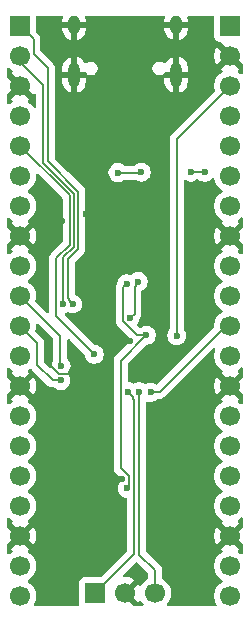
<source format=gbr>
%TF.GenerationSoftware,KiCad,Pcbnew,9.0.1*%
%TF.CreationDate,2026-01-11T04:45:36+00:00*%
%TF.ProjectId,heidi-pico,68656964-692d-4706-9963-6f2e6b696361,rev?*%
%TF.SameCoordinates,Original*%
%TF.FileFunction,Copper,L2,Bot*%
%TF.FilePolarity,Positive*%
%FSLAX46Y46*%
G04 Gerber Fmt 4.6, Leading zero omitted, Abs format (unit mm)*
G04 Created by KiCad (PCBNEW 9.0.1) date 2026-01-11 04:45:36*
%MOMM*%
%LPD*%
G01*
G04 APERTURE LIST*
%TA.AperFunction,ComponentPad*%
%ADD10R,1.700000X1.700000*%
%TD*%
%TA.AperFunction,ComponentPad*%
%ADD11C,1.700000*%
%TD*%
%TA.AperFunction,HeatsinkPad*%
%ADD12O,1.000000X2.100000*%
%TD*%
%TA.AperFunction,HeatsinkPad*%
%ADD13O,1.000000X1.600000*%
%TD*%
%TA.AperFunction,ViaPad*%
%ADD14C,0.600000*%
%TD*%
%TA.AperFunction,Conductor*%
%ADD15C,0.175000*%
%TD*%
G04 APERTURE END LIST*
D10*
%TO.P,J3,1,Pin_1*%
%TO.N,GPIO0*%
X83460000Y-75970000D03*
D11*
%TO.P,J3,2,Pin_2*%
%TO.N,GPIO1*%
X83460000Y-78510000D03*
%TO.P,J3,3,Pin_3*%
%TO.N,GND*%
X83460000Y-81050000D03*
%TO.P,J3,4,Pin_4*%
%TO.N,GPIO2*%
X83460000Y-83590000D03*
%TO.P,J3,5,Pin_5*%
%TO.N,GPIO3*%
X83460000Y-86130000D03*
%TO.P,J3,6,Pin_6*%
%TO.N,GPIO4*%
X83460000Y-88670000D03*
%TO.P,J3,7,Pin_7*%
%TO.N,GPIO5*%
X83460000Y-91210000D03*
%TO.P,J3,8,Pin_8*%
%TO.N,GND*%
X83460000Y-93750000D03*
%TO.P,J3,9,Pin_9*%
%TO.N,GPIO6*%
X83460000Y-96290000D03*
%TO.P,J3,10,Pin_10*%
%TO.N,GPIO7*%
X83460000Y-98830000D03*
%TO.P,J3,11,Pin_11*%
%TO.N,GPIO8*%
X83460000Y-101370000D03*
%TO.P,J3,12,Pin_12*%
%TO.N,GPIO9*%
X83460000Y-103910000D03*
%TO.P,J3,13,Pin_13*%
%TO.N,GND*%
X83460000Y-106450000D03*
%TO.P,J3,14,Pin_14*%
%TO.N,GPIO10*%
X83460000Y-108990000D03*
%TO.P,J3,15,Pin_15*%
%TO.N,GPIO11*%
X83460000Y-111530000D03*
%TO.P,J3,16,Pin_16*%
%TO.N,GPIO12*%
X83460000Y-114070000D03*
%TO.P,J3,17,Pin_17*%
%TO.N,GPIO13*%
X83460000Y-116610000D03*
%TO.P,J3,18,Pin_18*%
%TO.N,GND*%
X83460000Y-119150000D03*
%TO.P,J3,19,Pin_19*%
%TO.N,GPIO14*%
X83460000Y-121690000D03*
%TO.P,J3,20,Pin_20*%
%TO.N,GPIO15*%
X83460000Y-124230000D03*
%TD*%
D10*
%TO.P,J2,1,Pin_1*%
%TO.N,SWCLK*%
X89810000Y-123990000D03*
D11*
%TO.P,J2,2,Pin_2*%
%TO.N,GND*%
X92350000Y-123990000D03*
%TO.P,J2,3,Pin_3*%
%TO.N,SWD*%
X94890000Y-123990000D03*
%TD*%
D12*
%TO.P,J1,S1,SHIELD*%
%TO.N,GND*%
X96670000Y-80092000D03*
D13*
X96670000Y-75912000D03*
D12*
X88030000Y-80092000D03*
D13*
X88030000Y-75912000D03*
%TD*%
D10*
%TO.P,J4,1,Pin_1*%
%TO.N,VBUS*%
X101240000Y-75970000D03*
D11*
%TO.P,J4,2,Pin_2*%
%TO.N,GND*%
X101240000Y-78510000D03*
%TO.P,J4,3,Pin_3*%
%TO.N,GPIO29_ADC3*%
X101240000Y-81050000D03*
%TO.P,J4,4,Pin_4*%
%TO.N,GPIO28_ADC2*%
X101240000Y-83590000D03*
%TO.P,J4,5,Pin_5*%
%TO.N,+3V3*%
X101240000Y-86130000D03*
%TO.P,J4,6,Pin_6*%
%TO.N,GPIO27_ADC1*%
X101240000Y-88670000D03*
%TO.P,J4,7,Pin_7*%
%TO.N,GPIO26_ADC0*%
X101240000Y-91210000D03*
%TO.P,J4,8,Pin_8*%
%TO.N,GND*%
X101240000Y-93750000D03*
%TO.P,J4,9,Pin_9*%
%TO.N,GPIO24*%
X101240000Y-96290000D03*
%TO.P,J4,10,Pin_10*%
%TO.N,GPIO23*%
X101240000Y-98830000D03*
%TO.P,J4,11,Pin_11*%
%TO.N,RUN*%
X101240000Y-101370000D03*
%TO.P,J4,12,Pin_12*%
%TO.N,GPIO22*%
X101240000Y-103910000D03*
%TO.P,J4,13,Pin_13*%
%TO.N,GND*%
X101240000Y-106450000D03*
%TO.P,J4,14,Pin_14*%
%TO.N,GPIO21*%
X101240000Y-108990000D03*
%TO.P,J4,15,Pin_15*%
%TO.N,GPIO20*%
X101240000Y-111530000D03*
%TO.P,J4,16,Pin_16*%
%TO.N,GPIO19*%
X101240000Y-114070000D03*
%TO.P,J4,17,Pin_17*%
%TO.N,GPIO18*%
X101240000Y-116610000D03*
%TO.P,J4,18,Pin_18*%
%TO.N,GND*%
X101240000Y-119150000D03*
%TO.P,J4,19,Pin_19*%
%TO.N,GPIO17*%
X101240000Y-121690000D03*
%TO.P,J4,20,Pin_20*%
%TO.N,GPIO16*%
X101240000Y-124230000D03*
%TD*%
D14*
%TO.N,GND*%
X89030000Y-91940000D03*
X90925388Y-106904000D03*
X90780000Y-110190000D03*
X90990000Y-102670000D03*
X91490000Y-93810000D03*
X95060000Y-112570000D03*
X93940000Y-94330000D03*
X92100000Y-114350000D03*
X89162500Y-98331650D03*
X94410000Y-103700000D03*
X91760000Y-95127500D03*
X88891225Y-113698775D03*
X90270000Y-106140000D03*
X95480000Y-89580000D03*
X89390000Y-111420000D03*
X94430000Y-104920000D03*
X85770000Y-104100000D03*
X95480000Y-89580000D03*
X87030000Y-92500000D03*
X92750000Y-102640000D03*
X98430000Y-115490000D03*
X91570000Y-84830000D03*
%TO.N,+1V1*%
X92552500Y-115131500D03*
X92480000Y-97800000D03*
X94143692Y-102158144D03*
%TO.N,+3V3*%
X92752500Y-100739996D03*
X93710000Y-88350000D03*
X99083500Y-88360000D03*
X91740000Y-88390000D03*
X93475735Y-97615735D03*
X97908500Y-88350000D03*
%TO.N,SWCLK*%
X92580000Y-106930000D03*
%TO.N,SWD*%
X93532901Y-106937099D03*
%TO.N,GPIO7*%
X86929574Y-104730426D03*
%TO.N,GPIO3*%
X89740000Y-103780000D03*
%TO.N,GPIO0*%
X87913446Y-99520390D03*
%TO.N,GPIO1*%
X87113882Y-99493887D03*
%TO.N,GPIO8*%
X86921650Y-105992501D03*
%TO.N,RUN*%
X94510000Y-107000000D03*
%TO.N,GPIO29_ADC3*%
X96715000Y-102190305D03*
%TD*%
D15*
%TO.N,GND*%
X85770000Y-104100000D02*
X85770000Y-104403117D01*
X87634001Y-105404001D02*
X87730000Y-105500000D01*
X86770884Y-105404001D02*
X87634001Y-105404001D01*
X85770000Y-104403117D02*
X86770884Y-105404001D01*
%TO.N,+1V1*%
X92164000Y-100983761D02*
X93338383Y-102158144D01*
X92640000Y-115180000D02*
X92591500Y-115131500D01*
X93338383Y-102158144D02*
X94143692Y-102158144D01*
X92591500Y-115131500D02*
X92552500Y-115131500D01*
X94143692Y-102158144D02*
X91991500Y-104310336D01*
X92688500Y-114106235D02*
X92688500Y-115131500D01*
X92688500Y-115131500D02*
X92640000Y-115180000D01*
X92480000Y-97800000D02*
X92164000Y-98116000D01*
X91991500Y-113409235D02*
X92688500Y-114106235D01*
X92164000Y-98116000D02*
X92164000Y-100983761D01*
X91991500Y-104310336D02*
X91991500Y-113409235D01*
%TO.N,+3V3*%
X93150000Y-100342496D02*
X92752500Y-100739996D01*
X93475735Y-97714265D02*
X93150000Y-98040000D01*
X99083500Y-88360000D02*
X98110000Y-88360000D01*
X93150000Y-98040000D02*
X93150000Y-100342496D01*
X93710000Y-88350000D02*
X93670000Y-88390000D01*
X98100000Y-88350000D02*
X97908500Y-88350000D01*
X98110000Y-88360000D02*
X98100000Y-88350000D01*
X93670000Y-88390000D02*
X91740000Y-88390000D01*
X93475735Y-97615735D02*
X93475735Y-97714265D01*
%TO.N,SWCLK*%
X93140000Y-120660000D02*
X89810000Y-123990000D01*
X93047747Y-107591251D02*
X93140000Y-107683504D01*
X93140000Y-107683504D02*
X93140000Y-120660000D01*
X93047747Y-107397747D02*
X93047747Y-107591251D01*
X92580000Y-106930000D02*
X93047747Y-107397747D01*
%TO.N,SWD*%
X93532901Y-107621140D02*
X93540000Y-107628239D01*
X93540000Y-107628239D02*
X93540000Y-120730000D01*
X93532901Y-106937099D02*
X93532901Y-107621140D01*
X94890000Y-122080000D02*
X94890000Y-123990000D01*
X93540000Y-120730000D02*
X94890000Y-122080000D01*
%TO.N,GPIO7*%
X86929574Y-104730426D02*
X86852485Y-104653337D01*
X86852485Y-102222485D02*
X83460000Y-98830000D01*
X86852485Y-104653337D02*
X86852485Y-102222485D01*
%TO.N,GPIO3*%
X86525382Y-100565382D02*
X86525382Y-95634618D01*
X86525382Y-95634618D02*
X87650000Y-94510000D01*
X87650000Y-94510000D02*
X87650000Y-90320000D01*
X89740000Y-103780000D02*
X86525382Y-100565382D01*
X87650000Y-90320000D02*
X83460000Y-86130000D01*
%TO.N,GPIO0*%
X88402000Y-90008512D02*
X85800000Y-87406512D01*
X84598500Y-77108500D02*
X83460000Y-75970000D01*
X87702382Y-99250122D02*
X87489882Y-99037622D01*
X84598500Y-78325607D02*
X84598500Y-77108500D01*
X88402000Y-94821488D02*
X88402000Y-90008512D01*
X87702382Y-99309326D02*
X87702382Y-99250122D01*
X87489882Y-99037622D02*
X87489882Y-95733606D01*
X85800000Y-79527107D02*
X84598500Y-78325607D01*
X87913446Y-99520390D02*
X87702382Y-99309326D01*
X85800000Y-87406512D02*
X85800000Y-79527107D01*
X87489882Y-95733606D02*
X88402000Y-94821488D01*
%TO.N,GPIO1*%
X88026000Y-94665744D02*
X88026000Y-90164256D01*
X87113882Y-99493887D02*
X87113882Y-95577862D01*
X85410000Y-87548256D02*
X85410000Y-80980000D01*
X87113882Y-95577862D02*
X88026000Y-94665744D01*
X83460000Y-79030000D02*
X83460000Y-78510000D01*
X85410000Y-80980000D02*
X83460000Y-79030000D01*
X88026000Y-90164256D02*
X85410000Y-87548256D01*
%TO.N,GPIO8*%
X86209418Y-105992501D02*
X84920000Y-104703083D01*
X86921650Y-105992501D02*
X86209418Y-105992501D01*
X84920000Y-102830000D02*
X83460000Y-101370000D01*
X84920000Y-104703083D02*
X84920000Y-102830000D01*
%TO.N,RUN*%
X100860000Y-101370000D02*
X101240000Y-101370000D01*
X95270000Y-106960000D02*
X100860000Y-101370000D01*
X94550000Y-106960000D02*
X95270000Y-106960000D01*
X94510000Y-107000000D02*
X94550000Y-106960000D01*
%TO.N,GPIO29_ADC3*%
X96715000Y-85575000D02*
X101240000Y-81050000D01*
X96715000Y-102190305D02*
X96715000Y-85575000D01*
%TD*%
%TA.AperFunction,Conductor*%
%TO.N,GND*%
G36*
X87040938Y-75120185D02*
G01*
X87086693Y-75172989D01*
X87096637Y-75242147D01*
X87088460Y-75271953D01*
X87068429Y-75320310D01*
X87068427Y-75320318D01*
X87030000Y-75513504D01*
X87030000Y-75662000D01*
X87730000Y-75662000D01*
X87730000Y-76162000D01*
X87030000Y-76162000D01*
X87030000Y-76310495D01*
X87068427Y-76503681D01*
X87068430Y-76503693D01*
X87143807Y-76685671D01*
X87143814Y-76685684D01*
X87253248Y-76849462D01*
X87253251Y-76849466D01*
X87392533Y-76988748D01*
X87392537Y-76988751D01*
X87556315Y-77098185D01*
X87556328Y-77098192D01*
X87738308Y-77173569D01*
X87780000Y-77181862D01*
X87780000Y-76378988D01*
X87789940Y-76396205D01*
X87845795Y-76452060D01*
X87914204Y-76491556D01*
X87990504Y-76512000D01*
X88069496Y-76512000D01*
X88145796Y-76491556D01*
X88214205Y-76452060D01*
X88270060Y-76396205D01*
X88280000Y-76378988D01*
X88280000Y-77181862D01*
X88321690Y-77173569D01*
X88321692Y-77173569D01*
X88503671Y-77098192D01*
X88503684Y-77098185D01*
X88667462Y-76988751D01*
X88667466Y-76988748D01*
X88806748Y-76849466D01*
X88806751Y-76849462D01*
X88916185Y-76685684D01*
X88916192Y-76685671D01*
X88991569Y-76503693D01*
X88991572Y-76503681D01*
X89029999Y-76310495D01*
X89030000Y-76310492D01*
X89030000Y-76162000D01*
X88330000Y-76162000D01*
X88330000Y-75662000D01*
X89030000Y-75662000D01*
X89030000Y-75513508D01*
X89029999Y-75513504D01*
X88991572Y-75320318D01*
X88991570Y-75320310D01*
X88971540Y-75271953D01*
X88964071Y-75202484D01*
X88995346Y-75140005D01*
X89055434Y-75104352D01*
X89086101Y-75100500D01*
X95613899Y-75100500D01*
X95680938Y-75120185D01*
X95726693Y-75172989D01*
X95736637Y-75242147D01*
X95728460Y-75271953D01*
X95708429Y-75320310D01*
X95708427Y-75320318D01*
X95670000Y-75513504D01*
X95670000Y-75662000D01*
X96370000Y-75662000D01*
X96370000Y-76162000D01*
X95670000Y-76162000D01*
X95670000Y-76310495D01*
X95708427Y-76503681D01*
X95708430Y-76503693D01*
X95783807Y-76685671D01*
X95783814Y-76685684D01*
X95893248Y-76849462D01*
X95893251Y-76849466D01*
X96032533Y-76988748D01*
X96032537Y-76988751D01*
X96196315Y-77098185D01*
X96196328Y-77098192D01*
X96378308Y-77173569D01*
X96420000Y-77181862D01*
X96420000Y-76378988D01*
X96429940Y-76396205D01*
X96485795Y-76452060D01*
X96554204Y-76491556D01*
X96630504Y-76512000D01*
X96709496Y-76512000D01*
X96785796Y-76491556D01*
X96854205Y-76452060D01*
X96910060Y-76396205D01*
X96920000Y-76378988D01*
X96920000Y-77181862D01*
X96961690Y-77173569D01*
X96961692Y-77173569D01*
X97143671Y-77098192D01*
X97143684Y-77098185D01*
X97307462Y-76988751D01*
X97307466Y-76988748D01*
X97446748Y-76849466D01*
X97446751Y-76849462D01*
X97556185Y-76685684D01*
X97556192Y-76685671D01*
X97631569Y-76503693D01*
X97631572Y-76503681D01*
X97669999Y-76310495D01*
X97670000Y-76310492D01*
X97670000Y-76162000D01*
X96970000Y-76162000D01*
X96970000Y-75662000D01*
X97670000Y-75662000D01*
X97670000Y-75513508D01*
X97669999Y-75513504D01*
X97631572Y-75320318D01*
X97631570Y-75320310D01*
X97611540Y-75271953D01*
X97604071Y-75202484D01*
X97635346Y-75140005D01*
X97695434Y-75104352D01*
X97726101Y-75100500D01*
X99765500Y-75100500D01*
X99832539Y-75120185D01*
X99878294Y-75172989D01*
X99889500Y-75224500D01*
X99889500Y-76867870D01*
X99889501Y-76867876D01*
X99895908Y-76927483D01*
X99946202Y-77062328D01*
X99946206Y-77062335D01*
X100032452Y-77177544D01*
X100032455Y-77177547D01*
X100147664Y-77263793D01*
X100147671Y-77263797D01*
X100192618Y-77280561D01*
X100282517Y-77314091D01*
X100342127Y-77320500D01*
X100352685Y-77320499D01*
X100419723Y-77340179D01*
X100440372Y-77356818D01*
X101110591Y-78027037D01*
X101047007Y-78044075D01*
X100932993Y-78109901D01*
X100839901Y-78202993D01*
X100774075Y-78317007D01*
X100757037Y-78380591D01*
X100124728Y-77748282D01*
X100124727Y-77748282D01*
X100085380Y-77802439D01*
X99988904Y-77991782D01*
X99923242Y-78193869D01*
X99923242Y-78193872D01*
X99890000Y-78403753D01*
X99890000Y-78616246D01*
X99923242Y-78826127D01*
X99923242Y-78826130D01*
X99988904Y-79028217D01*
X100085375Y-79217550D01*
X100124728Y-79271716D01*
X100757037Y-78639408D01*
X100774075Y-78702993D01*
X100839901Y-78817007D01*
X100932993Y-78910099D01*
X101047007Y-78975925D01*
X101110590Y-78992962D01*
X100478282Y-79625269D01*
X100478282Y-79625270D01*
X100532452Y-79664626D01*
X100532451Y-79664626D01*
X100541495Y-79669234D01*
X100592292Y-79717208D01*
X100609087Y-79785029D01*
X100586550Y-79851164D01*
X100541499Y-79890202D01*
X100532182Y-79894949D01*
X100360213Y-80019890D01*
X100209890Y-80170213D01*
X100084951Y-80342179D01*
X99988444Y-80531585D01*
X99922753Y-80733760D01*
X99889500Y-80943713D01*
X99889500Y-81156286D01*
X99922754Y-81366246D01*
X99940826Y-81421867D01*
X99942821Y-81491708D01*
X99910576Y-81547865D01*
X96353961Y-85104481D01*
X96244485Y-85213956D01*
X96244483Y-85213959D01*
X96167071Y-85348038D01*
X96127000Y-85497588D01*
X96127000Y-101594864D01*
X96107315Y-101661903D01*
X96096737Y-101675028D01*
X96097076Y-101675306D01*
X96093210Y-101680016D01*
X96005609Y-101811119D01*
X96005602Y-101811132D01*
X95945264Y-101956803D01*
X95945261Y-101956815D01*
X95914500Y-102111458D01*
X95914500Y-102269151D01*
X95945261Y-102423794D01*
X95945264Y-102423806D01*
X96005602Y-102569477D01*
X96005609Y-102569490D01*
X96093210Y-102700593D01*
X96093213Y-102700597D01*
X96204707Y-102812091D01*
X96204711Y-102812094D01*
X96335814Y-102899695D01*
X96335827Y-102899702D01*
X96478125Y-102958643D01*
X96481503Y-102960042D01*
X96636153Y-102990804D01*
X96636156Y-102990805D01*
X96636158Y-102990805D01*
X96793844Y-102990805D01*
X96793845Y-102990804D01*
X96948497Y-102960042D01*
X97094179Y-102899699D01*
X97225289Y-102812094D01*
X97336789Y-102700594D01*
X97424394Y-102569484D01*
X97484737Y-102423802D01*
X97515500Y-102269147D01*
X97515500Y-102111463D01*
X97515500Y-102111460D01*
X97515499Y-102111458D01*
X97484738Y-101956815D01*
X97484737Y-101956808D01*
X97484735Y-101956803D01*
X97424397Y-101811132D01*
X97424390Y-101811119D01*
X97336789Y-101680016D01*
X97332924Y-101675306D01*
X97334610Y-101673921D01*
X97305834Y-101621222D01*
X97303000Y-101594864D01*
X97303000Y-89140159D01*
X97322685Y-89073120D01*
X97375489Y-89027365D01*
X97444647Y-89017421D01*
X97495890Y-89037056D01*
X97529321Y-89059394D01*
X97529323Y-89059395D01*
X97529327Y-89059397D01*
X97674998Y-89119735D01*
X97675003Y-89119737D01*
X97777671Y-89140159D01*
X97829653Y-89150499D01*
X97829656Y-89150500D01*
X97829658Y-89150500D01*
X97987344Y-89150500D01*
X97987345Y-89150499D01*
X98141997Y-89119737D01*
X98254666Y-89073067D01*
X98287672Y-89059397D01*
X98287672Y-89059396D01*
X98287679Y-89059394D01*
X98418789Y-88971789D01*
X98418790Y-88971787D01*
X98420749Y-88970479D01*
X98487426Y-88949601D01*
X98554806Y-88968085D01*
X98568004Y-88978528D01*
X98568501Y-88977924D01*
X98573211Y-88981789D01*
X98704314Y-89069390D01*
X98704327Y-89069397D01*
X98825863Y-89119738D01*
X98850003Y-89129737D01*
X99000812Y-89159735D01*
X99004653Y-89160499D01*
X99004656Y-89160500D01*
X99004658Y-89160500D01*
X99162344Y-89160500D01*
X99162345Y-89160499D01*
X99316997Y-89129737D01*
X99462679Y-89069394D01*
X99593789Y-88981789D01*
X99705083Y-88870494D01*
X99766404Y-88837011D01*
X99836096Y-88841995D01*
X99892030Y-88883866D01*
X99915236Y-88938778D01*
X99922753Y-88986240D01*
X99922754Y-88986243D01*
X99979373Y-89160499D01*
X99988444Y-89188414D01*
X100084951Y-89377820D01*
X100209890Y-89549786D01*
X100360213Y-89700109D01*
X100532182Y-89825050D01*
X100540946Y-89829516D01*
X100591742Y-89877491D01*
X100608536Y-89945312D01*
X100585998Y-90011447D01*
X100540946Y-90050484D01*
X100532182Y-90054949D01*
X100360213Y-90179890D01*
X100209890Y-90330213D01*
X100084951Y-90502179D01*
X99988444Y-90691585D01*
X99922753Y-90893760D01*
X99889500Y-91103713D01*
X99889500Y-91316286D01*
X99922753Y-91526239D01*
X99988444Y-91728414D01*
X100084951Y-91917820D01*
X100209890Y-92089786D01*
X100360213Y-92240109D01*
X100532179Y-92365048D01*
X100532181Y-92365049D01*
X100532184Y-92365051D01*
X100541493Y-92369794D01*
X100592290Y-92417766D01*
X100609087Y-92485587D01*
X100586552Y-92551722D01*
X100541505Y-92590760D01*
X100532446Y-92595376D01*
X100532440Y-92595380D01*
X100478282Y-92634727D01*
X100478282Y-92634728D01*
X101110591Y-93267037D01*
X101047007Y-93284075D01*
X100932993Y-93349901D01*
X100839901Y-93442993D01*
X100774075Y-93557007D01*
X100757037Y-93620591D01*
X100124728Y-92988282D01*
X100124727Y-92988282D01*
X100085380Y-93042439D01*
X99988904Y-93231782D01*
X99923242Y-93433869D01*
X99923242Y-93433872D01*
X99890000Y-93643753D01*
X99890000Y-93856246D01*
X99923242Y-94066127D01*
X99923242Y-94066130D01*
X99988904Y-94268217D01*
X100085375Y-94457550D01*
X100124728Y-94511716D01*
X100757037Y-93879408D01*
X100774075Y-93942993D01*
X100839901Y-94057007D01*
X100932993Y-94150099D01*
X101047007Y-94215925D01*
X101110590Y-94232962D01*
X100478282Y-94865269D01*
X100478282Y-94865270D01*
X100532452Y-94904626D01*
X100532451Y-94904626D01*
X100541495Y-94909234D01*
X100592292Y-94957208D01*
X100609087Y-95025029D01*
X100586550Y-95091164D01*
X100541499Y-95130202D01*
X100532182Y-95134949D01*
X100360213Y-95259890D01*
X100209890Y-95410213D01*
X100084951Y-95582179D01*
X99988444Y-95771585D01*
X99922753Y-95973760D01*
X99889500Y-96183713D01*
X99889500Y-96396286D01*
X99922753Y-96606239D01*
X99988444Y-96808414D01*
X100084951Y-96997820D01*
X100209890Y-97169786D01*
X100360213Y-97320109D01*
X100532182Y-97445050D01*
X100540946Y-97449516D01*
X100591742Y-97497491D01*
X100608536Y-97565312D01*
X100585998Y-97631447D01*
X100540946Y-97670484D01*
X100532182Y-97674949D01*
X100360213Y-97799890D01*
X100209890Y-97950213D01*
X100084951Y-98122179D01*
X99988444Y-98311585D01*
X99922753Y-98513760D01*
X99902887Y-98639192D01*
X99889500Y-98723713D01*
X99889500Y-98936287D01*
X99922754Y-99146243D01*
X99968456Y-99286900D01*
X99988444Y-99348414D01*
X100084951Y-99537820D01*
X100209890Y-99709786D01*
X100360213Y-99860109D01*
X100532182Y-99985050D01*
X100540946Y-99989516D01*
X100591742Y-100037491D01*
X100608536Y-100105312D01*
X100585998Y-100171447D01*
X100540946Y-100210484D01*
X100532182Y-100214949D01*
X100360213Y-100339890D01*
X100209890Y-100490213D01*
X100084951Y-100662179D01*
X99988444Y-100851585D01*
X99922753Y-101053760D01*
X99889500Y-101263713D01*
X99889500Y-101457580D01*
X99869815Y-101524619D01*
X99853181Y-101545261D01*
X95092213Y-106306229D01*
X95030890Y-106339714D01*
X94961198Y-106334730D01*
X94935643Y-106321651D01*
X94889179Y-106290605D01*
X94889177Y-106290604D01*
X94743501Y-106230264D01*
X94743489Y-106230261D01*
X94588845Y-106199500D01*
X94588842Y-106199500D01*
X94431158Y-106199500D01*
X94431155Y-106199500D01*
X94276510Y-106230261D01*
X94276498Y-106230264D01*
X94130822Y-106290604D01*
X94127134Y-106292576D01*
X94058730Y-106306812D01*
X93999799Y-106286316D01*
X93912084Y-106227707D01*
X93912073Y-106227701D01*
X93766402Y-106167363D01*
X93766390Y-106167360D01*
X93611746Y-106136599D01*
X93611743Y-106136599D01*
X93454059Y-106136599D01*
X93454056Y-106136599D01*
X93299411Y-106167360D01*
X93299399Y-106167363D01*
X93153729Y-106227701D01*
X93153715Y-106227709D01*
X93130650Y-106243120D01*
X93063972Y-106263996D01*
X92996592Y-106245509D01*
X92992871Y-106243118D01*
X92959184Y-106220609D01*
X92959172Y-106220602D01*
X92813501Y-106160264D01*
X92813491Y-106160261D01*
X92679308Y-106133570D01*
X92617397Y-106101185D01*
X92582823Y-106040469D01*
X92579500Y-106011953D01*
X92579500Y-104605255D01*
X92599185Y-104538216D01*
X92615819Y-104517574D01*
X94138430Y-102994963D01*
X94199753Y-102961478D01*
X94216516Y-102959675D01*
X94216474Y-102959241D01*
X94222528Y-102958644D01*
X94222534Y-102958644D01*
X94377189Y-102927881D01*
X94522871Y-102867538D01*
X94653981Y-102779933D01*
X94765481Y-102668433D01*
X94853086Y-102537323D01*
X94913429Y-102391641D01*
X94944192Y-102236986D01*
X94944192Y-102079302D01*
X94944192Y-102079299D01*
X94944191Y-102079297D01*
X94913429Y-101924647D01*
X94913427Y-101924642D01*
X94853089Y-101778971D01*
X94853082Y-101778958D01*
X94765481Y-101647855D01*
X94765478Y-101647851D01*
X94653984Y-101536357D01*
X94653980Y-101536354D01*
X94522877Y-101448753D01*
X94522864Y-101448746D01*
X94377193Y-101388408D01*
X94377181Y-101388405D01*
X94222537Y-101357644D01*
X94222534Y-101357644D01*
X94064850Y-101357644D01*
X94064847Y-101357644D01*
X93910202Y-101388405D01*
X93910190Y-101388408D01*
X93764519Y-101448746D01*
X93764508Y-101448752D01*
X93666910Y-101513965D01*
X93636607Y-101523452D01*
X93606866Y-101534546D01*
X93603510Y-101533815D01*
X93600233Y-101534842D01*
X93569618Y-101526443D01*
X93538593Y-101519694D01*
X93534877Y-101516912D01*
X93532853Y-101516357D01*
X93510339Y-101498543D01*
X93401303Y-101389507D01*
X93367818Y-101328184D01*
X93372802Y-101258492D01*
X93385882Y-101232935D01*
X93461890Y-101119181D01*
X93461890Y-101119180D01*
X93461894Y-101119175D01*
X93522237Y-100973493D01*
X93553000Y-100818838D01*
X93553000Y-100818831D01*
X93553597Y-100812778D01*
X93555767Y-100812991D01*
X93572685Y-100755377D01*
X93589319Y-100734735D01*
X93620517Y-100703537D01*
X93697929Y-100569456D01*
X93738000Y-100419908D01*
X93738000Y-98456410D01*
X93757685Y-98389371D01*
X93810489Y-98343616D01*
X93814548Y-98341849D01*
X93835130Y-98333323D01*
X93854914Y-98325129D01*
X93986024Y-98237524D01*
X94097524Y-98126024D01*
X94185129Y-97994914D01*
X94245472Y-97849232D01*
X94276235Y-97694577D01*
X94276235Y-97536893D01*
X94276235Y-97536890D01*
X94276234Y-97536888D01*
X94266620Y-97488556D01*
X94245472Y-97382238D01*
X94219736Y-97320105D01*
X94185132Y-97236562D01*
X94185125Y-97236549D01*
X94097524Y-97105446D01*
X94097521Y-97105442D01*
X93986027Y-96993948D01*
X93986023Y-96993945D01*
X93854920Y-96906344D01*
X93854907Y-96906337D01*
X93709236Y-96845999D01*
X93709224Y-96845996D01*
X93554580Y-96815235D01*
X93554577Y-96815235D01*
X93396893Y-96815235D01*
X93396890Y-96815235D01*
X93242245Y-96845996D01*
X93242233Y-96845999D01*
X93096562Y-96906337D01*
X93096549Y-96906344D01*
X92965449Y-96993943D01*
X92965443Y-96993947D01*
X92924556Y-97034834D01*
X92863232Y-97068318D01*
X92793541Y-97063332D01*
X92789426Y-97061713D01*
X92724532Y-97034834D01*
X92713497Y-97030263D01*
X92713493Y-97030262D01*
X92713489Y-97030261D01*
X92558845Y-96999500D01*
X92558842Y-96999500D01*
X92401158Y-96999500D01*
X92401155Y-96999500D01*
X92246510Y-97030261D01*
X92246498Y-97030264D01*
X92100827Y-97090602D01*
X92100814Y-97090609D01*
X91969711Y-97178210D01*
X91969707Y-97178213D01*
X91858213Y-97289707D01*
X91858210Y-97289711D01*
X91770609Y-97420814D01*
X91770602Y-97420827D01*
X91710264Y-97566498D01*
X91710261Y-97566510D01*
X91679500Y-97721153D01*
X91679500Y-97745952D01*
X91662887Y-97807952D01*
X91616072Y-97889036D01*
X91616072Y-97889037D01*
X91616071Y-97889039D01*
X91616071Y-97889040D01*
X91576000Y-98038588D01*
X91576000Y-101061173D01*
X91591543Y-101119181D01*
X91616071Y-101210722D01*
X91623586Y-101223738D01*
X91693483Y-101344802D01*
X91693485Y-101344804D01*
X91810024Y-101461343D01*
X91810030Y-101461348D01*
X92821799Y-102473117D01*
X92855284Y-102534440D01*
X92850300Y-102604132D01*
X92821799Y-102648479D01*
X91520985Y-103949292D01*
X91520983Y-103949295D01*
X91443571Y-104083374D01*
X91403500Y-104232924D01*
X91403500Y-113486646D01*
X91443571Y-113636196D01*
X91482277Y-113703235D01*
X91520983Y-113770276D01*
X91520985Y-113770278D01*
X91637524Y-113886817D01*
X91637530Y-113886822D01*
X92064181Y-114313473D01*
X92078884Y-114340400D01*
X92095477Y-114366219D01*
X92096368Y-114372419D01*
X92097666Y-114374796D01*
X92100500Y-114401154D01*
X92100500Y-114404484D01*
X92080815Y-114471523D01*
X92045398Y-114507581D01*
X92042213Y-114509708D01*
X92042204Y-114509717D01*
X91930713Y-114621207D01*
X91930710Y-114621211D01*
X91843109Y-114752314D01*
X91843102Y-114752327D01*
X91782764Y-114897998D01*
X91782761Y-114898010D01*
X91752000Y-115052653D01*
X91752000Y-115210346D01*
X91782761Y-115364989D01*
X91782764Y-115365001D01*
X91843102Y-115510672D01*
X91843109Y-115510685D01*
X91930710Y-115641788D01*
X91930713Y-115641792D01*
X92042207Y-115753286D01*
X92042211Y-115753289D01*
X92173314Y-115840890D01*
X92173327Y-115840897D01*
X92318998Y-115901235D01*
X92319003Y-115901237D01*
X92429487Y-115923213D01*
X92452191Y-115927730D01*
X92514102Y-115960115D01*
X92548676Y-116020830D01*
X92552000Y-116049347D01*
X92552000Y-120365080D01*
X92532315Y-120432119D01*
X92515681Y-120452761D01*
X90365260Y-122603181D01*
X90303937Y-122636666D01*
X90277579Y-122639500D01*
X88912129Y-122639500D01*
X88912123Y-122639501D01*
X88852516Y-122645908D01*
X88717671Y-122696202D01*
X88717664Y-122696206D01*
X88602455Y-122782452D01*
X88602452Y-122782455D01*
X88516206Y-122897664D01*
X88516202Y-122897671D01*
X88465908Y-123032517D01*
X88459501Y-123092116D01*
X88459500Y-123092135D01*
X88459500Y-124887870D01*
X88459501Y-124887876D01*
X88466738Y-124955196D01*
X88465342Y-124955345D01*
X88462050Y-125016756D01*
X88421182Y-125073427D01*
X88356163Y-125099007D01*
X88345114Y-125099500D01*
X84735019Y-125099500D01*
X84667980Y-125079815D01*
X84622225Y-125027011D01*
X84612281Y-124957853D01*
X84624534Y-124919205D01*
X84649714Y-124869786D01*
X84711557Y-124748412D01*
X84777246Y-124546243D01*
X84810500Y-124336287D01*
X84810500Y-124123713D01*
X84777246Y-123913757D01*
X84711557Y-123711588D01*
X84615051Y-123522184D01*
X84615049Y-123522181D01*
X84615048Y-123522179D01*
X84490109Y-123350213D01*
X84339786Y-123199890D01*
X84167820Y-123074951D01*
X84167115Y-123074591D01*
X84159054Y-123070485D01*
X84108259Y-123022512D01*
X84091463Y-122954692D01*
X84113999Y-122888556D01*
X84159054Y-122849515D01*
X84167816Y-122845051D01*
X84253977Y-122782452D01*
X84339786Y-122720109D01*
X84339788Y-122720106D01*
X84339792Y-122720104D01*
X84490104Y-122569792D01*
X84490106Y-122569788D01*
X84490109Y-122569786D01*
X84615048Y-122397820D01*
X84615047Y-122397820D01*
X84615051Y-122397816D01*
X84711557Y-122208412D01*
X84777246Y-122006243D01*
X84810500Y-121796287D01*
X84810500Y-121583713D01*
X84777246Y-121373757D01*
X84711557Y-121171588D01*
X84615051Y-120982184D01*
X84615049Y-120982181D01*
X84615048Y-120982179D01*
X84490109Y-120810213D01*
X84339786Y-120659890D01*
X84167817Y-120534949D01*
X84158504Y-120530204D01*
X84107707Y-120482230D01*
X84090912Y-120414409D01*
X84113449Y-120348274D01*
X84158507Y-120309232D01*
X84167555Y-120304622D01*
X84221716Y-120265270D01*
X84221717Y-120265270D01*
X83589408Y-119632962D01*
X83652993Y-119615925D01*
X83767007Y-119550099D01*
X83860099Y-119457007D01*
X83925925Y-119342993D01*
X83942962Y-119279408D01*
X84575270Y-119911717D01*
X84575270Y-119911716D01*
X84614622Y-119857554D01*
X84711095Y-119668217D01*
X84776757Y-119466130D01*
X84776757Y-119466127D01*
X84810000Y-119256246D01*
X84810000Y-119043753D01*
X84776757Y-118833872D01*
X84776757Y-118833869D01*
X84711095Y-118631782D01*
X84614624Y-118442449D01*
X84575270Y-118388282D01*
X84575269Y-118388282D01*
X83942962Y-119020590D01*
X83925925Y-118957007D01*
X83860099Y-118842993D01*
X83767007Y-118749901D01*
X83652993Y-118684075D01*
X83589409Y-118667037D01*
X84221716Y-118034728D01*
X84167547Y-117995373D01*
X84167547Y-117995372D01*
X84158500Y-117990763D01*
X84107706Y-117942788D01*
X84090912Y-117874966D01*
X84113451Y-117808832D01*
X84158508Y-117769793D01*
X84167816Y-117765051D01*
X84256096Y-117700912D01*
X84339786Y-117640109D01*
X84339788Y-117640106D01*
X84339792Y-117640104D01*
X84490104Y-117489792D01*
X84490106Y-117489788D01*
X84490109Y-117489786D01*
X84615048Y-117317820D01*
X84615047Y-117317820D01*
X84615051Y-117317816D01*
X84711557Y-117128412D01*
X84777246Y-116926243D01*
X84810500Y-116716287D01*
X84810500Y-116503713D01*
X84777246Y-116293757D01*
X84711557Y-116091588D01*
X84615051Y-115902184D01*
X84615049Y-115902181D01*
X84615048Y-115902179D01*
X84490109Y-115730213D01*
X84339786Y-115579890D01*
X84167820Y-115454951D01*
X84167115Y-115454591D01*
X84159054Y-115450485D01*
X84108259Y-115402512D01*
X84091463Y-115334692D01*
X84113999Y-115268556D01*
X84159054Y-115229515D01*
X84167816Y-115225051D01*
X84243921Y-115169758D01*
X84339786Y-115100109D01*
X84339788Y-115100106D01*
X84339792Y-115100104D01*
X84490104Y-114949792D01*
X84490106Y-114949788D01*
X84490109Y-114949786D01*
X84615048Y-114777820D01*
X84615047Y-114777820D01*
X84615051Y-114777816D01*
X84711557Y-114588412D01*
X84777246Y-114386243D01*
X84810500Y-114176287D01*
X84810500Y-113963713D01*
X84777246Y-113753757D01*
X84711557Y-113551588D01*
X84615051Y-113362184D01*
X84615049Y-113362181D01*
X84615048Y-113362179D01*
X84490109Y-113190213D01*
X84339786Y-113039890D01*
X84167820Y-112914951D01*
X84167115Y-112914591D01*
X84159054Y-112910485D01*
X84108259Y-112862512D01*
X84091463Y-112794692D01*
X84113999Y-112728556D01*
X84159054Y-112689515D01*
X84167816Y-112685051D01*
X84243921Y-112629758D01*
X84339786Y-112560109D01*
X84339788Y-112560106D01*
X84339792Y-112560104D01*
X84490104Y-112409792D01*
X84490106Y-112409788D01*
X84490109Y-112409786D01*
X84615048Y-112237820D01*
X84615047Y-112237820D01*
X84615051Y-112237816D01*
X84711557Y-112048412D01*
X84777246Y-111846243D01*
X84810500Y-111636287D01*
X84810500Y-111423713D01*
X84777246Y-111213757D01*
X84711557Y-111011588D01*
X84615051Y-110822184D01*
X84615049Y-110822181D01*
X84615048Y-110822179D01*
X84490109Y-110650213D01*
X84339786Y-110499890D01*
X84167820Y-110374951D01*
X84167115Y-110374591D01*
X84159054Y-110370485D01*
X84108259Y-110322512D01*
X84091463Y-110254692D01*
X84113999Y-110188556D01*
X84159054Y-110149515D01*
X84167816Y-110145051D01*
X84243921Y-110089758D01*
X84339786Y-110020109D01*
X84339788Y-110020106D01*
X84339792Y-110020104D01*
X84490104Y-109869792D01*
X84490106Y-109869788D01*
X84490109Y-109869786D01*
X84615048Y-109697820D01*
X84615047Y-109697820D01*
X84615051Y-109697816D01*
X84711557Y-109508412D01*
X84777246Y-109306243D01*
X84810500Y-109096287D01*
X84810500Y-108883713D01*
X84777246Y-108673757D01*
X84711557Y-108471588D01*
X84615051Y-108282184D01*
X84615049Y-108282181D01*
X84615048Y-108282179D01*
X84490109Y-108110213D01*
X84339786Y-107959890D01*
X84167817Y-107834949D01*
X84158504Y-107830204D01*
X84107707Y-107782230D01*
X84090912Y-107714409D01*
X84113449Y-107648274D01*
X84158507Y-107609232D01*
X84167555Y-107604622D01*
X84221716Y-107565270D01*
X84221717Y-107565270D01*
X83589408Y-106932962D01*
X83652993Y-106915925D01*
X83767007Y-106850099D01*
X83860099Y-106757007D01*
X83925925Y-106642993D01*
X83942962Y-106579408D01*
X84575270Y-107211717D01*
X84575270Y-107211716D01*
X84614622Y-107157554D01*
X84711095Y-106968217D01*
X84776757Y-106766130D01*
X84776757Y-106766127D01*
X84810000Y-106556246D01*
X84810000Y-106343753D01*
X84776757Y-106133872D01*
X84776757Y-106133869D01*
X84711095Y-105931782D01*
X84614624Y-105742449D01*
X84575270Y-105688282D01*
X84575269Y-105688282D01*
X83942962Y-106320590D01*
X83925925Y-106257007D01*
X83860099Y-106142993D01*
X83767007Y-106049901D01*
X83652993Y-105984075D01*
X83589409Y-105967037D01*
X84221716Y-105334728D01*
X84167547Y-105295373D01*
X84167547Y-105295372D01*
X84158500Y-105290763D01*
X84155439Y-105287872D01*
X84151361Y-105286825D01*
X84130256Y-105264086D01*
X84107706Y-105242788D01*
X84106693Y-105238700D01*
X84103829Y-105235614D01*
X84098367Y-105205074D01*
X84090912Y-105174966D01*
X84092270Y-105170980D01*
X84091529Y-105166836D01*
X84103443Y-105138197D01*
X84113451Y-105108832D01*
X84117209Y-105105105D01*
X84118366Y-105102326D01*
X84127394Y-105095009D01*
X84144234Y-105078315D01*
X84151073Y-105073581D01*
X84167816Y-105065051D01*
X84256391Y-105000697D01*
X84257531Y-104999909D01*
X84289412Y-104989352D01*
X84321016Y-104978076D01*
X84322455Y-104978410D01*
X84323859Y-104977946D01*
X84356372Y-104986297D01*
X84389070Y-104993901D01*
X84390154Y-104994975D01*
X84391532Y-104995329D01*
X84403164Y-105007862D01*
X84435481Y-105039872D01*
X84449483Y-105064124D01*
X84449485Y-105064126D01*
X84566024Y-105180665D01*
X84566029Y-105180669D01*
X85738900Y-106353541D01*
X85738901Y-106353542D01*
X85848377Y-106463018D01*
X85982458Y-106540430D01*
X86132006Y-106580501D01*
X86326209Y-106580501D01*
X86393248Y-106600186D01*
X86406373Y-106610763D01*
X86406651Y-106610425D01*
X86411361Y-106614290D01*
X86542464Y-106701891D01*
X86542477Y-106701898D01*
X86675524Y-106757007D01*
X86688153Y-106762238D01*
X86842803Y-106793000D01*
X86842806Y-106793001D01*
X86842808Y-106793001D01*
X87000494Y-106793001D01*
X87000495Y-106793000D01*
X87155147Y-106762238D01*
X87300829Y-106701895D01*
X87431939Y-106614290D01*
X87543439Y-106502790D01*
X87631044Y-106371680D01*
X87691387Y-106225998D01*
X87722150Y-106071343D01*
X87722150Y-105913659D01*
X87722150Y-105913656D01*
X87722149Y-105913654D01*
X87691388Y-105759011D01*
X87691387Y-105759004D01*
X87654127Y-105669050D01*
X87631047Y-105613328D01*
X87631040Y-105613315D01*
X87543439Y-105482212D01*
X87543436Y-105482208D01*
X87514334Y-105453106D01*
X87480849Y-105391783D01*
X87485833Y-105322091D01*
X87514335Y-105277743D01*
X87551360Y-105240718D01*
X87551363Y-105240715D01*
X87638968Y-105109605D01*
X87699311Y-104963923D01*
X87730074Y-104809268D01*
X87730074Y-104651584D01*
X87730074Y-104651581D01*
X87730073Y-104651579D01*
X87723357Y-104617816D01*
X87699311Y-104496929D01*
X87673461Y-104434521D01*
X87638971Y-104351253D01*
X87638964Y-104351240D01*
X87551363Y-104220137D01*
X87551360Y-104220133D01*
X87476804Y-104145577D01*
X87443319Y-104084254D01*
X87440485Y-104057896D01*
X87440485Y-102611404D01*
X87460170Y-102544365D01*
X87512974Y-102498610D01*
X87582132Y-102488666D01*
X87645688Y-102517691D01*
X87652166Y-102523723D01*
X88903181Y-103774738D01*
X88936666Y-103836061D01*
X88938468Y-103852824D01*
X88938903Y-103852782D01*
X88939500Y-103858846D01*
X88970261Y-104013489D01*
X88970264Y-104013501D01*
X89030602Y-104159172D01*
X89030609Y-104159185D01*
X89118210Y-104290288D01*
X89118213Y-104290292D01*
X89229707Y-104401786D01*
X89229711Y-104401789D01*
X89360814Y-104489390D01*
X89360827Y-104489397D01*
X89506498Y-104549735D01*
X89506503Y-104549737D01*
X89661153Y-104580499D01*
X89661156Y-104580500D01*
X89661158Y-104580500D01*
X89818844Y-104580500D01*
X89818845Y-104580499D01*
X89973497Y-104549737D01*
X90119179Y-104489394D01*
X90250289Y-104401789D01*
X90361789Y-104290289D01*
X90449394Y-104159179D01*
X90509737Y-104013497D01*
X90540500Y-103858842D01*
X90540500Y-103701158D01*
X90540500Y-103701155D01*
X90540499Y-103701153D01*
X90509738Y-103546510D01*
X90509737Y-103546503D01*
X90453629Y-103411045D01*
X90449397Y-103400827D01*
X90449390Y-103400814D01*
X90361789Y-103269711D01*
X90361786Y-103269707D01*
X90250292Y-103158213D01*
X90250288Y-103158210D01*
X90119185Y-103070609D01*
X90119172Y-103070602D01*
X89973501Y-103010264D01*
X89973489Y-103010261D01*
X89818846Y-102979500D01*
X89812782Y-102978903D01*
X89812995Y-102976732D01*
X89755381Y-102959815D01*
X89734739Y-102943181D01*
X87267700Y-100476142D01*
X87234215Y-100414819D01*
X87239199Y-100345127D01*
X87281071Y-100289194D01*
X87312742Y-100272023D01*
X87321764Y-100268719D01*
X87347379Y-100263624D01*
X87436616Y-100226660D01*
X87439033Y-100225776D01*
X87471414Y-100223653D01*
X87503688Y-100220184D01*
X87507460Y-100221291D01*
X87508753Y-100221207D01*
X87510537Y-100222195D01*
X87529125Y-100227653D01*
X87534262Y-100229781D01*
X87534267Y-100229784D01*
X87679949Y-100290127D01*
X87834599Y-100320889D01*
X87834602Y-100320890D01*
X87834604Y-100320890D01*
X87992290Y-100320890D01*
X87992291Y-100320889D01*
X88146943Y-100290127D01*
X88292625Y-100229784D01*
X88423735Y-100142179D01*
X88535235Y-100030679D01*
X88622840Y-99899569D01*
X88683183Y-99753887D01*
X88713946Y-99599232D01*
X88713946Y-99441548D01*
X88713946Y-99441545D01*
X88713945Y-99441543D01*
X88683184Y-99286900D01*
X88683183Y-99286893D01*
X88677898Y-99274134D01*
X88622843Y-99141217D01*
X88622836Y-99141204D01*
X88535235Y-99010101D01*
X88535232Y-99010097D01*
X88423738Y-98898603D01*
X88423734Y-98898600D01*
X88292631Y-98810999D01*
X88292621Y-98810994D01*
X88154429Y-98753753D01*
X88100026Y-98709912D01*
X88077961Y-98643618D01*
X88077882Y-98639192D01*
X88077882Y-96028525D01*
X88097567Y-95961486D01*
X88114201Y-95940844D01*
X88472866Y-95582179D01*
X88872518Y-95182528D01*
X88949930Y-95048447D01*
X88990001Y-94898899D01*
X88990001Y-94744077D01*
X88990001Y-94736482D01*
X88990000Y-94736464D01*
X88990000Y-90095925D01*
X88990001Y-90095912D01*
X88990001Y-89931103D01*
X88990001Y-89931101D01*
X88961585Y-89825051D01*
X88955734Y-89803215D01*
X88955734Y-89803214D01*
X88949930Y-89781555D01*
X88949929Y-89781552D01*
X88938012Y-89760912D01*
X88872517Y-89647471D01*
X88763041Y-89537995D01*
X88763040Y-89537994D01*
X87536199Y-88311153D01*
X90939500Y-88311153D01*
X90939500Y-88468846D01*
X90970261Y-88623489D01*
X90970264Y-88623501D01*
X91030602Y-88769172D01*
X91030609Y-88769185D01*
X91118210Y-88900288D01*
X91118213Y-88900292D01*
X91229707Y-89011786D01*
X91229711Y-89011789D01*
X91360814Y-89099390D01*
X91360827Y-89099397D01*
X91506498Y-89159735D01*
X91506503Y-89159737D01*
X91650661Y-89188412D01*
X91661153Y-89190499D01*
X91661156Y-89190500D01*
X91661158Y-89190500D01*
X91818844Y-89190500D01*
X91818845Y-89190499D01*
X91973497Y-89159737D01*
X92119179Y-89099394D01*
X92250289Y-89011789D01*
X92250293Y-89011784D01*
X92254999Y-89007924D01*
X92256383Y-89009610D01*
X92309083Y-88980834D01*
X92335441Y-88978000D01*
X93171391Y-88978000D01*
X93238430Y-88997685D01*
X93240282Y-88998898D01*
X93256314Y-89009610D01*
X93330821Y-89059394D01*
X93330822Y-89059394D01*
X93330823Y-89059395D01*
X93476498Y-89119735D01*
X93476503Y-89119737D01*
X93579171Y-89140159D01*
X93631153Y-89150499D01*
X93631156Y-89150500D01*
X93631158Y-89150500D01*
X93788844Y-89150500D01*
X93788845Y-89150499D01*
X93943497Y-89119737D01*
X94056166Y-89073067D01*
X94089172Y-89059397D01*
X94089172Y-89059396D01*
X94089179Y-89059394D01*
X94220289Y-88971789D01*
X94331789Y-88860289D01*
X94419394Y-88729179D01*
X94479737Y-88583497D01*
X94510500Y-88428842D01*
X94510500Y-88271158D01*
X94510500Y-88271155D01*
X94510499Y-88271153D01*
X94487695Y-88156510D01*
X94479737Y-88116503D01*
X94479735Y-88116498D01*
X94419397Y-87970827D01*
X94419390Y-87970814D01*
X94331789Y-87839711D01*
X94331786Y-87839707D01*
X94220292Y-87728213D01*
X94220288Y-87728210D01*
X94089185Y-87640609D01*
X94089172Y-87640602D01*
X93943501Y-87580264D01*
X93943489Y-87580261D01*
X93788845Y-87549500D01*
X93788842Y-87549500D01*
X93631158Y-87549500D01*
X93631155Y-87549500D01*
X93476510Y-87580261D01*
X93476498Y-87580264D01*
X93330827Y-87640602D01*
X93330814Y-87640609D01*
X93199711Y-87728210D01*
X93199707Y-87728213D01*
X93162242Y-87765680D01*
X93100920Y-87799166D01*
X93074560Y-87802000D01*
X92335441Y-87802000D01*
X92268402Y-87782315D01*
X92255276Y-87771737D01*
X92254999Y-87772076D01*
X92250288Y-87768210D01*
X92119185Y-87680609D01*
X92119172Y-87680602D01*
X91973501Y-87620264D01*
X91973489Y-87620261D01*
X91818845Y-87589500D01*
X91818842Y-87589500D01*
X91661158Y-87589500D01*
X91661155Y-87589500D01*
X91506510Y-87620261D01*
X91506498Y-87620264D01*
X91360827Y-87680602D01*
X91360814Y-87680609D01*
X91229711Y-87768210D01*
X91229707Y-87768213D01*
X91118213Y-87879707D01*
X91118210Y-87879711D01*
X91030609Y-88010814D01*
X91030602Y-88010827D01*
X90970264Y-88156498D01*
X90970261Y-88156510D01*
X90939500Y-88311153D01*
X87536199Y-88311153D01*
X86424319Y-87199273D01*
X86390834Y-87137950D01*
X86388000Y-87111592D01*
X86388000Y-79614521D01*
X86388000Y-79604522D01*
X86388001Y-79604519D01*
X86388001Y-79449696D01*
X86386342Y-79443504D01*
X87030000Y-79443504D01*
X87030000Y-79842000D01*
X87730000Y-79842000D01*
X87730000Y-80342000D01*
X87030000Y-80342000D01*
X87030000Y-80740495D01*
X87068427Y-80933681D01*
X87068430Y-80933693D01*
X87143807Y-81115671D01*
X87143814Y-81115684D01*
X87253248Y-81279462D01*
X87253251Y-81279466D01*
X87392533Y-81418748D01*
X87392537Y-81418751D01*
X87556315Y-81528185D01*
X87556328Y-81528192D01*
X87738308Y-81603569D01*
X87780000Y-81611862D01*
X87780000Y-80808988D01*
X87789940Y-80826205D01*
X87845795Y-80882060D01*
X87914204Y-80921556D01*
X87990504Y-80942000D01*
X88069496Y-80942000D01*
X88145796Y-80921556D01*
X88214205Y-80882060D01*
X88270060Y-80826205D01*
X88280000Y-80808988D01*
X88280000Y-81611862D01*
X88321690Y-81603569D01*
X88321692Y-81603569D01*
X88503671Y-81528192D01*
X88503684Y-81528185D01*
X88667462Y-81418751D01*
X88667466Y-81418748D01*
X88806748Y-81279466D01*
X88806751Y-81279462D01*
X88916185Y-81115684D01*
X88916192Y-81115671D01*
X88991569Y-80933693D01*
X88991572Y-80933681D01*
X89029999Y-80740495D01*
X89030000Y-80740492D01*
X89030000Y-80342000D01*
X88330000Y-80342000D01*
X88330000Y-79842000D01*
X88885536Y-79842000D01*
X88952575Y-79861685D01*
X88992923Y-79904000D01*
X88999482Y-79915361D01*
X88999484Y-79915364D01*
X88999485Y-79915365D01*
X89106635Y-80022515D01*
X89237865Y-80098281D01*
X89384234Y-80137500D01*
X89384236Y-80137500D01*
X89535764Y-80137500D01*
X89535766Y-80137500D01*
X89682135Y-80098281D01*
X89813365Y-80022515D01*
X89920515Y-79915365D01*
X89996281Y-79784135D01*
X90035500Y-79637766D01*
X90035500Y-79486234D01*
X94664500Y-79486234D01*
X94664500Y-79637765D01*
X94703719Y-79784136D01*
X94737260Y-79842230D01*
X94779485Y-79915365D01*
X94886635Y-80022515D01*
X95017865Y-80098281D01*
X95164234Y-80137500D01*
X95164236Y-80137500D01*
X95315764Y-80137500D01*
X95315766Y-80137500D01*
X95462135Y-80098281D01*
X95593365Y-80022515D01*
X95700515Y-79915365D01*
X95707077Y-79904000D01*
X95757644Y-79855784D01*
X95814464Y-79842000D01*
X96370000Y-79842000D01*
X96370000Y-80342000D01*
X95670000Y-80342000D01*
X95670000Y-80740495D01*
X95708427Y-80933681D01*
X95708430Y-80933693D01*
X95783807Y-81115671D01*
X95783814Y-81115684D01*
X95893248Y-81279462D01*
X95893251Y-81279466D01*
X96032533Y-81418748D01*
X96032537Y-81418751D01*
X96196315Y-81528185D01*
X96196328Y-81528192D01*
X96378308Y-81603569D01*
X96420000Y-81611862D01*
X96420000Y-80808988D01*
X96429940Y-80826205D01*
X96485795Y-80882060D01*
X96554204Y-80921556D01*
X96630504Y-80942000D01*
X96709496Y-80942000D01*
X96785796Y-80921556D01*
X96854205Y-80882060D01*
X96910060Y-80826205D01*
X96920000Y-80808988D01*
X96920000Y-81611862D01*
X96961690Y-81603569D01*
X96961692Y-81603569D01*
X97143671Y-81528192D01*
X97143684Y-81528185D01*
X97307462Y-81418751D01*
X97307466Y-81418748D01*
X97446748Y-81279466D01*
X97446751Y-81279462D01*
X97556185Y-81115684D01*
X97556192Y-81115671D01*
X97631569Y-80933693D01*
X97631572Y-80933681D01*
X97669999Y-80740495D01*
X97670000Y-80740492D01*
X97670000Y-80342000D01*
X96970000Y-80342000D01*
X96970000Y-79842000D01*
X97670000Y-79842000D01*
X97670000Y-79443508D01*
X97669999Y-79443504D01*
X97631572Y-79250318D01*
X97631569Y-79250306D01*
X97556192Y-79068328D01*
X97556185Y-79068315D01*
X97446751Y-78904537D01*
X97446748Y-78904533D01*
X97307466Y-78765251D01*
X97307462Y-78765248D01*
X97143684Y-78655814D01*
X97143671Y-78655807D01*
X96961691Y-78580429D01*
X96961683Y-78580427D01*
X96920000Y-78572135D01*
X96920000Y-79375011D01*
X96910060Y-79357795D01*
X96854205Y-79301940D01*
X96785796Y-79262444D01*
X96709496Y-79242000D01*
X96630504Y-79242000D01*
X96554204Y-79262444D01*
X96485795Y-79301940D01*
X96429940Y-79357795D01*
X96420000Y-79375011D01*
X96420000Y-78572136D01*
X96419999Y-78572135D01*
X96378316Y-78580427D01*
X96378308Y-78580429D01*
X96196328Y-78655807D01*
X96196315Y-78655814D01*
X96032537Y-78765248D01*
X96032533Y-78765251D01*
X95893248Y-78904536D01*
X95780427Y-79073387D01*
X95779003Y-79072435D01*
X95735742Y-79116451D01*
X95667600Y-79131892D01*
X95601927Y-79108041D01*
X95599907Y-79106306D01*
X95599811Y-79106432D01*
X95593367Y-79101487D01*
X95593365Y-79101485D01*
X95527750Y-79063602D01*
X95462136Y-79025719D01*
X95388950Y-79006109D01*
X95315766Y-78986500D01*
X95164234Y-78986500D01*
X95017863Y-79025719D01*
X94886635Y-79101485D01*
X94886632Y-79101487D01*
X94779487Y-79208632D01*
X94779485Y-79208635D01*
X94703719Y-79339863D01*
X94664500Y-79486234D01*
X90035500Y-79486234D01*
X89996281Y-79339865D01*
X89920515Y-79208635D01*
X89813365Y-79101485D01*
X89747750Y-79063602D01*
X89682136Y-79025719D01*
X89608950Y-79006109D01*
X89535766Y-78986500D01*
X89384234Y-78986500D01*
X89237863Y-79025719D01*
X89106635Y-79101485D01*
X89100189Y-79106432D01*
X89098099Y-79103709D01*
X89050217Y-79129466D01*
X88980558Y-79124043D01*
X88924888Y-79081821D01*
X88919299Y-79072976D01*
X88806751Y-78904537D01*
X88806748Y-78904533D01*
X88667466Y-78765251D01*
X88667462Y-78765248D01*
X88503684Y-78655814D01*
X88503671Y-78655807D01*
X88321691Y-78580429D01*
X88321683Y-78580427D01*
X88280000Y-78572135D01*
X88280000Y-79375011D01*
X88270060Y-79357795D01*
X88214205Y-79301940D01*
X88145796Y-79262444D01*
X88069496Y-79242000D01*
X87990504Y-79242000D01*
X87914204Y-79262444D01*
X87845795Y-79301940D01*
X87789940Y-79357795D01*
X87780000Y-79375011D01*
X87780000Y-78572136D01*
X87779999Y-78572135D01*
X87738316Y-78580427D01*
X87738308Y-78580429D01*
X87556328Y-78655807D01*
X87556315Y-78655814D01*
X87392537Y-78765248D01*
X87392533Y-78765251D01*
X87253251Y-78904533D01*
X87253248Y-78904537D01*
X87143814Y-79068315D01*
X87143807Y-79068328D01*
X87068430Y-79250306D01*
X87068427Y-79250318D01*
X87030000Y-79443504D01*
X86386342Y-79443504D01*
X86347930Y-79300148D01*
X86270518Y-79166067D01*
X85222819Y-78118368D01*
X85189334Y-78057045D01*
X85186500Y-78030687D01*
X85186500Y-77031090D01*
X85186500Y-77031088D01*
X85146429Y-76881540D01*
X85069017Y-76747459D01*
X84959541Y-76637983D01*
X84959540Y-76637982D01*
X84955210Y-76633652D01*
X84955199Y-76633642D01*
X84846818Y-76525261D01*
X84813333Y-76463938D01*
X84810499Y-76437580D01*
X84810499Y-75224500D01*
X84830184Y-75157461D01*
X84882988Y-75111706D01*
X84934499Y-75100500D01*
X86973899Y-75100500D01*
X87040938Y-75120185D01*
G37*
%TD.AperFunction*%
%TA.AperFunction,Conductor*%
G36*
X93465270Y-124751717D02*
G01*
X93465270Y-124751716D01*
X93504622Y-124697555D01*
X93509232Y-124688507D01*
X93557205Y-124637709D01*
X93625025Y-124620912D01*
X93691161Y-124643447D01*
X93730204Y-124688504D01*
X93734949Y-124697817D01*
X93859890Y-124869786D01*
X93877923Y-124887819D01*
X93911408Y-124949142D01*
X93906424Y-125018834D01*
X93864552Y-125074767D01*
X93799088Y-125099184D01*
X93790242Y-125099500D01*
X93157308Y-125099500D01*
X93090269Y-125079815D01*
X93069627Y-125063181D01*
X92479408Y-124472962D01*
X92542993Y-124455925D01*
X92657007Y-124390099D01*
X92750099Y-124297007D01*
X92815925Y-124182993D01*
X92832962Y-124119409D01*
X93465270Y-124751717D01*
G37*
%TD.AperFunction*%
%TA.AperFunction,Conductor*%
G36*
X99878612Y-103254477D02*
G01*
X99907524Y-103256545D01*
X99912625Y-103260363D01*
X99918901Y-103261450D01*
X99940251Y-103281044D01*
X99963457Y-103298417D01*
X99965683Y-103304386D01*
X99970377Y-103308694D01*
X99977744Y-103336722D01*
X99987874Y-103363881D01*
X99986925Y-103371653D01*
X99988139Y-103376268D01*
X99982121Y-103411045D01*
X99922753Y-103593759D01*
X99905743Y-103701158D01*
X99889500Y-103803713D01*
X99889500Y-104016287D01*
X99922754Y-104226243D01*
X99963372Y-104351253D01*
X99988444Y-104428414D01*
X100084951Y-104617820D01*
X100209890Y-104789786D01*
X100360213Y-104940109D01*
X100532179Y-105065048D01*
X100532181Y-105065049D01*
X100532184Y-105065051D01*
X100541493Y-105069794D01*
X100592290Y-105117766D01*
X100609087Y-105185587D01*
X100586552Y-105251722D01*
X100541505Y-105290760D01*
X100532446Y-105295376D01*
X100532440Y-105295380D01*
X100478282Y-105334727D01*
X100478282Y-105334728D01*
X101110591Y-105967037D01*
X101047007Y-105984075D01*
X100932993Y-106049901D01*
X100839901Y-106142993D01*
X100774075Y-106257007D01*
X100757037Y-106320591D01*
X100124728Y-105688282D01*
X100124727Y-105688282D01*
X100085380Y-105742439D01*
X99988904Y-105931782D01*
X99923242Y-106133869D01*
X99923242Y-106133872D01*
X99890000Y-106343753D01*
X99890000Y-106556246D01*
X99923242Y-106766127D01*
X99923242Y-106766130D01*
X99988904Y-106968217D01*
X100085375Y-107157550D01*
X100124728Y-107211716D01*
X100757037Y-106579408D01*
X100774075Y-106642993D01*
X100839901Y-106757007D01*
X100932993Y-106850099D01*
X101047007Y-106915925D01*
X101110590Y-106932962D01*
X100478282Y-107565269D01*
X100478282Y-107565270D01*
X100532452Y-107604626D01*
X100532451Y-107604626D01*
X100541495Y-107609234D01*
X100592292Y-107657208D01*
X100609087Y-107725029D01*
X100586550Y-107791164D01*
X100541499Y-107830202D01*
X100532182Y-107834949D01*
X100360213Y-107959890D01*
X100209890Y-108110213D01*
X100084951Y-108282179D01*
X99988444Y-108471585D01*
X99922753Y-108673760D01*
X99889500Y-108883713D01*
X99889500Y-109096286D01*
X99922753Y-109306239D01*
X99988444Y-109508414D01*
X100084951Y-109697820D01*
X100209890Y-109869786D01*
X100360213Y-110020109D01*
X100532182Y-110145050D01*
X100540946Y-110149516D01*
X100591742Y-110197491D01*
X100608536Y-110265312D01*
X100585998Y-110331447D01*
X100540946Y-110370484D01*
X100532182Y-110374949D01*
X100360213Y-110499890D01*
X100209890Y-110650213D01*
X100084951Y-110822179D01*
X99988444Y-111011585D01*
X99922753Y-111213760D01*
X99889500Y-111423713D01*
X99889500Y-111636286D01*
X99922753Y-111846239D01*
X99988444Y-112048414D01*
X100084951Y-112237820D01*
X100209890Y-112409786D01*
X100360213Y-112560109D01*
X100532182Y-112685050D01*
X100540946Y-112689516D01*
X100591742Y-112737491D01*
X100608536Y-112805312D01*
X100585998Y-112871447D01*
X100540946Y-112910484D01*
X100532182Y-112914949D01*
X100360213Y-113039890D01*
X100209890Y-113190213D01*
X100084951Y-113362179D01*
X99988444Y-113551585D01*
X99922753Y-113753760D01*
X99889500Y-113963713D01*
X99889500Y-114176286D01*
X99916980Y-114349792D01*
X99922754Y-114386243D01*
X99962873Y-114509717D01*
X99988444Y-114588414D01*
X100084951Y-114777820D01*
X100209890Y-114949786D01*
X100360213Y-115100109D01*
X100532182Y-115225050D01*
X100540946Y-115229516D01*
X100591742Y-115277491D01*
X100608536Y-115345312D01*
X100585998Y-115411447D01*
X100540946Y-115450484D01*
X100532182Y-115454949D01*
X100360213Y-115579890D01*
X100209890Y-115730213D01*
X100084951Y-115902179D01*
X99988444Y-116091585D01*
X99922753Y-116293760D01*
X99889500Y-116503713D01*
X99889500Y-116716286D01*
X99922753Y-116926239D01*
X99988444Y-117128414D01*
X100084951Y-117317820D01*
X100209890Y-117489786D01*
X100360213Y-117640109D01*
X100532179Y-117765048D01*
X100532181Y-117765049D01*
X100532184Y-117765051D01*
X100541493Y-117769794D01*
X100592290Y-117817766D01*
X100609087Y-117885587D01*
X100586552Y-117951722D01*
X100541505Y-117990760D01*
X100532446Y-117995376D01*
X100532440Y-117995380D01*
X100478282Y-118034727D01*
X100478282Y-118034728D01*
X101110591Y-118667037D01*
X101047007Y-118684075D01*
X100932993Y-118749901D01*
X100839901Y-118842993D01*
X100774075Y-118957007D01*
X100757037Y-119020591D01*
X100124728Y-118388282D01*
X100124727Y-118388282D01*
X100085380Y-118442439D01*
X99988904Y-118631782D01*
X99923242Y-118833869D01*
X99923242Y-118833872D01*
X99890000Y-119043753D01*
X99890000Y-119256246D01*
X99923242Y-119466127D01*
X99923242Y-119466130D01*
X99988904Y-119668217D01*
X100085375Y-119857550D01*
X100124728Y-119911716D01*
X100757037Y-119279408D01*
X100774075Y-119342993D01*
X100839901Y-119457007D01*
X100932993Y-119550099D01*
X101047007Y-119615925D01*
X101110590Y-119632962D01*
X100478282Y-120265269D01*
X100478282Y-120265270D01*
X100532452Y-120304626D01*
X100532451Y-120304626D01*
X100541495Y-120309234D01*
X100592292Y-120357208D01*
X100609087Y-120425029D01*
X100586550Y-120491164D01*
X100541499Y-120530202D01*
X100532182Y-120534949D01*
X100360213Y-120659890D01*
X100209890Y-120810213D01*
X100084951Y-120982179D01*
X99988444Y-121171585D01*
X99922753Y-121373760D01*
X99889500Y-121583713D01*
X99889500Y-121796286D01*
X99922753Y-122006239D01*
X99988444Y-122208414D01*
X100084951Y-122397820D01*
X100209890Y-122569786D01*
X100360213Y-122720109D01*
X100532182Y-122845050D01*
X100540946Y-122849516D01*
X100591742Y-122897491D01*
X100608536Y-122965312D01*
X100585998Y-123031447D01*
X100540946Y-123070484D01*
X100532182Y-123074949D01*
X100360213Y-123199890D01*
X100209890Y-123350213D01*
X100084951Y-123522179D01*
X99988444Y-123711585D01*
X99922753Y-123913760D01*
X99921104Y-123924174D01*
X99889500Y-124123713D01*
X99889500Y-124336287D01*
X99922754Y-124546243D01*
X99972003Y-124697816D01*
X99988444Y-124748414D01*
X100075466Y-124919205D01*
X100088362Y-124987875D01*
X100062086Y-125052615D01*
X100004979Y-125092872D01*
X99964981Y-125099500D01*
X95989758Y-125099500D01*
X95922719Y-125079815D01*
X95876964Y-125027011D01*
X95867020Y-124957853D01*
X95896045Y-124894297D01*
X95902077Y-124887819D01*
X95920104Y-124869792D01*
X95920106Y-124869788D01*
X95920109Y-124869786D01*
X96045048Y-124697820D01*
X96045050Y-124697817D01*
X96045051Y-124697816D01*
X96141557Y-124508412D01*
X96207246Y-124306243D01*
X96240500Y-124096287D01*
X96240500Y-123883713D01*
X96207246Y-123673757D01*
X96141557Y-123471588D01*
X96045051Y-123282184D01*
X96045049Y-123282181D01*
X96045048Y-123282179D01*
X95920109Y-123110213D01*
X95769786Y-122959890D01*
X95597819Y-122834950D01*
X95545703Y-122808395D01*
X95494908Y-122760420D01*
X95478000Y-122697911D01*
X95478000Y-122002590D01*
X95478000Y-122002588D01*
X95437929Y-121853040D01*
X95360517Y-121718959D01*
X95251041Y-121609483D01*
X95251040Y-121609482D01*
X95246710Y-121605152D01*
X95246699Y-121605142D01*
X94164319Y-120522762D01*
X94130834Y-120461439D01*
X94128000Y-120435081D01*
X94128000Y-107891292D01*
X94147685Y-107824253D01*
X94200489Y-107778498D01*
X94269647Y-107768554D01*
X94276192Y-107769675D01*
X94276502Y-107769736D01*
X94276503Y-107769737D01*
X94305269Y-107775458D01*
X94431155Y-107800500D01*
X94431158Y-107800500D01*
X94588844Y-107800500D01*
X94588845Y-107800499D01*
X94743497Y-107769737D01*
X94889179Y-107709394D01*
X95020289Y-107621789D01*
X95057758Y-107584320D01*
X95119080Y-107550834D01*
X95145440Y-107548000D01*
X95347410Y-107548000D01*
X95347411Y-107548000D01*
X95347412Y-107548000D01*
X95496960Y-107507929D01*
X95631041Y-107430517D01*
X95740517Y-107321041D01*
X95740517Y-107321039D01*
X95750721Y-107310836D01*
X95750725Y-107310831D01*
X99776511Y-103285044D01*
X99782098Y-103281993D01*
X99785696Y-103276733D01*
X99812400Y-103265447D01*
X99837832Y-103251561D01*
X99844185Y-103252015D01*
X99850055Y-103249535D01*
X99878612Y-103254477D01*
G37*
%TD.AperFunction*%
%TA.AperFunction,Conductor*%
G36*
X93348333Y-121385736D02*
G01*
X93392680Y-121414237D01*
X94265681Y-122287238D01*
X94299166Y-122348561D01*
X94302000Y-122374919D01*
X94302000Y-122697911D01*
X94282315Y-122764950D01*
X94234297Y-122808395D01*
X94182180Y-122834950D01*
X94010213Y-122959890D01*
X93859890Y-123110213D01*
X93734949Y-123282182D01*
X93730202Y-123291499D01*
X93682227Y-123342293D01*
X93614405Y-123359087D01*
X93548271Y-123336548D01*
X93509234Y-123291495D01*
X93504626Y-123282452D01*
X93465270Y-123228282D01*
X93465269Y-123228282D01*
X92832962Y-123860590D01*
X92815925Y-123797007D01*
X92750099Y-123682993D01*
X92657007Y-123589901D01*
X92542993Y-123524075D01*
X92479407Y-123507036D01*
X93111716Y-122874728D01*
X93057550Y-122835375D01*
X92868217Y-122738904D01*
X92666129Y-122673242D01*
X92456246Y-122640000D01*
X92290917Y-122640000D01*
X92223878Y-122620315D01*
X92178123Y-122567511D01*
X92168179Y-122498353D01*
X92197204Y-122434797D01*
X92203215Y-122428340D01*
X93217322Y-121414234D01*
X93278641Y-121380752D01*
X93348333Y-121385736D01*
G37*
%TD.AperFunction*%
%TA.AperFunction,Conductor*%
G36*
X102313181Y-119869627D02*
G01*
X102346666Y-119930950D01*
X102349500Y-119957308D01*
X102349500Y-120590242D01*
X102329815Y-120657281D01*
X102277011Y-120703036D01*
X102207853Y-120712980D01*
X102144297Y-120683955D01*
X102137819Y-120677923D01*
X102119786Y-120659890D01*
X101947817Y-120534949D01*
X101938504Y-120530204D01*
X101887707Y-120482230D01*
X101870912Y-120414409D01*
X101893449Y-120348274D01*
X101938507Y-120309232D01*
X101947555Y-120304622D01*
X102001716Y-120265270D01*
X102001717Y-120265270D01*
X101369408Y-119632962D01*
X101432993Y-119615925D01*
X101547007Y-119550099D01*
X101640099Y-119457007D01*
X101705925Y-119342993D01*
X101722962Y-119279408D01*
X102313181Y-119869627D01*
G37*
%TD.AperFunction*%
%TA.AperFunction,Conductor*%
G36*
X82994075Y-119342993D02*
G01*
X83059901Y-119457007D01*
X83152993Y-119550099D01*
X83267007Y-119615925D01*
X83330590Y-119632962D01*
X82698282Y-120265269D01*
X82698282Y-120265270D01*
X82752452Y-120304626D01*
X82752451Y-120304626D01*
X82761495Y-120309234D01*
X82812292Y-120357208D01*
X82829087Y-120425029D01*
X82806550Y-120491164D01*
X82761499Y-120530202D01*
X82752182Y-120534949D01*
X82580213Y-120659890D01*
X82580209Y-120659894D01*
X82562181Y-120677923D01*
X82500858Y-120711408D01*
X82431166Y-120706424D01*
X82375233Y-120664552D01*
X82350816Y-120599088D01*
X82350500Y-120590242D01*
X82350500Y-119957308D01*
X82370185Y-119890269D01*
X82386819Y-119869627D01*
X82977037Y-119279408D01*
X82994075Y-119342993D01*
G37*
%TD.AperFunction*%
%TA.AperFunction,Conductor*%
G36*
X82555703Y-117616045D02*
G01*
X82562181Y-117622077D01*
X82580213Y-117640109D01*
X82752179Y-117765048D01*
X82752181Y-117765049D01*
X82752184Y-117765051D01*
X82761493Y-117769794D01*
X82812290Y-117817766D01*
X82829087Y-117885587D01*
X82806552Y-117951722D01*
X82761505Y-117990760D01*
X82752446Y-117995376D01*
X82752440Y-117995380D01*
X82698282Y-118034727D01*
X82698282Y-118034728D01*
X83330591Y-118667037D01*
X83267007Y-118684075D01*
X83152993Y-118749901D01*
X83059901Y-118842993D01*
X82994075Y-118957007D01*
X82977037Y-119020591D01*
X82386819Y-118430373D01*
X82353334Y-118369050D01*
X82350500Y-118342692D01*
X82350500Y-117709758D01*
X82370185Y-117642719D01*
X82422989Y-117596964D01*
X82492147Y-117587020D01*
X82555703Y-117616045D01*
G37*
%TD.AperFunction*%
%TA.AperFunction,Conductor*%
G36*
X102268834Y-117593576D02*
G01*
X102324767Y-117635448D01*
X102349184Y-117700912D01*
X102349500Y-117709758D01*
X102349500Y-118342692D01*
X102329815Y-118409731D01*
X102313181Y-118430373D01*
X101722962Y-119020591D01*
X101705925Y-118957007D01*
X101640099Y-118842993D01*
X101547007Y-118749901D01*
X101432993Y-118684075D01*
X101369409Y-118667037D01*
X102001716Y-118034728D01*
X101947547Y-117995373D01*
X101947547Y-117995372D01*
X101938500Y-117990763D01*
X101887706Y-117942788D01*
X101870912Y-117874966D01*
X101893451Y-117808832D01*
X101938508Y-117769793D01*
X101947816Y-117765051D01*
X102036096Y-117700912D01*
X102119786Y-117640109D01*
X102119788Y-117640106D01*
X102119792Y-117640104D01*
X102137819Y-117622077D01*
X102199142Y-117588592D01*
X102268834Y-117593576D01*
G37*
%TD.AperFunction*%
%TA.AperFunction,Conductor*%
G36*
X102313181Y-107169627D02*
G01*
X102346666Y-107230950D01*
X102349500Y-107257308D01*
X102349500Y-107890242D01*
X102329815Y-107957281D01*
X102277011Y-108003036D01*
X102207853Y-108012980D01*
X102144297Y-107983955D01*
X102137819Y-107977923D01*
X102119786Y-107959890D01*
X101947817Y-107834949D01*
X101938504Y-107830204D01*
X101887707Y-107782230D01*
X101870912Y-107714409D01*
X101893449Y-107648274D01*
X101938507Y-107609232D01*
X101947555Y-107604622D01*
X102001716Y-107565270D01*
X102001717Y-107565270D01*
X101369408Y-106932962D01*
X101432993Y-106915925D01*
X101547007Y-106850099D01*
X101640099Y-106757007D01*
X101705925Y-106642993D01*
X101722962Y-106579408D01*
X102313181Y-107169627D01*
G37*
%TD.AperFunction*%
%TA.AperFunction,Conductor*%
G36*
X82994075Y-106642993D02*
G01*
X83059901Y-106757007D01*
X83152993Y-106850099D01*
X83267007Y-106915925D01*
X83330590Y-106932962D01*
X82698282Y-107565269D01*
X82698282Y-107565270D01*
X82752452Y-107604626D01*
X82752451Y-107604626D01*
X82761495Y-107609234D01*
X82812292Y-107657208D01*
X82829087Y-107725029D01*
X82806550Y-107791164D01*
X82761499Y-107830202D01*
X82752182Y-107834949D01*
X82580213Y-107959890D01*
X82580209Y-107959894D01*
X82562181Y-107977923D01*
X82500858Y-108011408D01*
X82431166Y-108006424D01*
X82375233Y-107964552D01*
X82350816Y-107899088D01*
X82350500Y-107890242D01*
X82350500Y-107257308D01*
X82370185Y-107190269D01*
X82386819Y-107169627D01*
X82977037Y-106579408D01*
X82994075Y-106642993D01*
G37*
%TD.AperFunction*%
%TA.AperFunction,Conductor*%
G36*
X82555703Y-104916045D02*
G01*
X82562181Y-104922077D01*
X82580213Y-104940109D01*
X82752179Y-105065048D01*
X82752181Y-105065049D01*
X82752184Y-105065051D01*
X82761493Y-105069794D01*
X82812290Y-105117766D01*
X82829087Y-105185587D01*
X82806552Y-105251722D01*
X82761505Y-105290760D01*
X82752446Y-105295376D01*
X82752440Y-105295380D01*
X82698282Y-105334727D01*
X82698282Y-105334728D01*
X83330591Y-105967037D01*
X83267007Y-105984075D01*
X83152993Y-106049901D01*
X83059901Y-106142993D01*
X82994075Y-106257007D01*
X82977037Y-106320591D01*
X82386819Y-105730373D01*
X82353334Y-105669050D01*
X82350500Y-105642692D01*
X82350500Y-105009758D01*
X82370185Y-104942719D01*
X82422989Y-104896964D01*
X82492147Y-104887020D01*
X82555703Y-104916045D01*
G37*
%TD.AperFunction*%
%TA.AperFunction,Conductor*%
G36*
X102268834Y-104893576D02*
G01*
X102324767Y-104935448D01*
X102349184Y-105000912D01*
X102349500Y-105009758D01*
X102349500Y-105642692D01*
X102329815Y-105709731D01*
X102313181Y-105730373D01*
X101722962Y-106320591D01*
X101705925Y-106257007D01*
X101640099Y-106142993D01*
X101547007Y-106049901D01*
X101432993Y-105984075D01*
X101369409Y-105967037D01*
X102001716Y-105334728D01*
X101947547Y-105295373D01*
X101947547Y-105295372D01*
X101938500Y-105290763D01*
X101887706Y-105242788D01*
X101870912Y-105174966D01*
X101893451Y-105108832D01*
X101938508Y-105069793D01*
X101947816Y-105065051D01*
X102045746Y-104993901D01*
X102119786Y-104940109D01*
X102119788Y-104940106D01*
X102119792Y-104940104D01*
X102137819Y-104922077D01*
X102199142Y-104888592D01*
X102268834Y-104893576D01*
G37*
%TD.AperFunction*%
%TA.AperFunction,Conductor*%
G36*
X85015703Y-101217706D02*
G01*
X85022181Y-101223738D01*
X86228166Y-102429723D01*
X86261651Y-102491046D01*
X86264485Y-102517404D01*
X86264485Y-104247324D01*
X86244800Y-104314363D01*
X86243588Y-104316214D01*
X86220182Y-104351243D01*
X86220176Y-104351254D01*
X86159838Y-104496924D01*
X86159835Y-104496936D01*
X86129074Y-104651579D01*
X86129074Y-104781237D01*
X86109389Y-104848276D01*
X86056585Y-104894031D01*
X85987427Y-104903975D01*
X85923871Y-104874950D01*
X85917393Y-104868918D01*
X85544319Y-104495844D01*
X85510834Y-104434521D01*
X85508000Y-104408163D01*
X85508000Y-102752590D01*
X85508000Y-102752588D01*
X85467929Y-102603040D01*
X85390517Y-102468959D01*
X85281041Y-102359483D01*
X85281040Y-102359482D01*
X85276710Y-102355152D01*
X85276699Y-102355142D01*
X84789422Y-101867865D01*
X84755937Y-101806542D01*
X84759171Y-101741868D01*
X84777246Y-101686243D01*
X84810500Y-101476287D01*
X84810500Y-101311419D01*
X84830185Y-101244380D01*
X84882989Y-101198625D01*
X84952147Y-101188681D01*
X85015703Y-101217706D01*
G37*
%TD.AperFunction*%
%TA.AperFunction,Conductor*%
G36*
X85015703Y-88517706D02*
G01*
X85022181Y-88523738D01*
X87025681Y-90527238D01*
X87059166Y-90588561D01*
X87062000Y-90614919D01*
X87062000Y-94215080D01*
X87042315Y-94282119D01*
X87025681Y-94302761D01*
X86054867Y-95273574D01*
X86054865Y-95273577D01*
X85977453Y-95407656D01*
X85937382Y-95557206D01*
X85937382Y-100176463D01*
X85917697Y-100243502D01*
X85864893Y-100289257D01*
X85795735Y-100299201D01*
X85732179Y-100270176D01*
X85725701Y-100264144D01*
X84789422Y-99327865D01*
X84755937Y-99266542D01*
X84759171Y-99201868D01*
X84777246Y-99146243D01*
X84810500Y-98936287D01*
X84810500Y-98723713D01*
X84777246Y-98513757D01*
X84711557Y-98311588D01*
X84615051Y-98122184D01*
X84615049Y-98122181D01*
X84615048Y-98122179D01*
X84490109Y-97950213D01*
X84339786Y-97799890D01*
X84167820Y-97674951D01*
X84167115Y-97674591D01*
X84159054Y-97670485D01*
X84108259Y-97622512D01*
X84091463Y-97554692D01*
X84113999Y-97488556D01*
X84159054Y-97449515D01*
X84167816Y-97445051D01*
X84254262Y-97382245D01*
X84339786Y-97320109D01*
X84339788Y-97320106D01*
X84339792Y-97320104D01*
X84490104Y-97169792D01*
X84490106Y-97169788D01*
X84490109Y-97169786D01*
X84599086Y-97019789D01*
X84615051Y-96997816D01*
X84711557Y-96808412D01*
X84777246Y-96606243D01*
X84810500Y-96396287D01*
X84810500Y-96183713D01*
X84777246Y-95973757D01*
X84711557Y-95771588D01*
X84615051Y-95582184D01*
X84615049Y-95582181D01*
X84615048Y-95582179D01*
X84490109Y-95410213D01*
X84339786Y-95259890D01*
X84167817Y-95134949D01*
X84158504Y-95130204D01*
X84107707Y-95082230D01*
X84090912Y-95014409D01*
X84113449Y-94948274D01*
X84158507Y-94909232D01*
X84167555Y-94904622D01*
X84221716Y-94865270D01*
X84221717Y-94865270D01*
X83589408Y-94232962D01*
X83652993Y-94215925D01*
X83767007Y-94150099D01*
X83860099Y-94057007D01*
X83925925Y-93942993D01*
X83942962Y-93879408D01*
X84575270Y-94511717D01*
X84575270Y-94511716D01*
X84614622Y-94457554D01*
X84711095Y-94268217D01*
X84776757Y-94066130D01*
X84776757Y-94066127D01*
X84810000Y-93856246D01*
X84810000Y-93643753D01*
X84776757Y-93433872D01*
X84776757Y-93433869D01*
X84711095Y-93231782D01*
X84614624Y-93042449D01*
X84575270Y-92988282D01*
X84575269Y-92988282D01*
X83942962Y-93620590D01*
X83925925Y-93557007D01*
X83860099Y-93442993D01*
X83767007Y-93349901D01*
X83652993Y-93284075D01*
X83589409Y-93267037D01*
X84221716Y-92634728D01*
X84167547Y-92595373D01*
X84167547Y-92595372D01*
X84158500Y-92590763D01*
X84107706Y-92542788D01*
X84090912Y-92474966D01*
X84113451Y-92408832D01*
X84158508Y-92369793D01*
X84167816Y-92365051D01*
X84256096Y-92300912D01*
X84339786Y-92240109D01*
X84339788Y-92240106D01*
X84339792Y-92240104D01*
X84490104Y-92089792D01*
X84490106Y-92089788D01*
X84490109Y-92089786D01*
X84615048Y-91917820D01*
X84615047Y-91917820D01*
X84615051Y-91917816D01*
X84711557Y-91728412D01*
X84777246Y-91526243D01*
X84810500Y-91316287D01*
X84810500Y-91103713D01*
X84777246Y-90893757D01*
X84711557Y-90691588D01*
X84615051Y-90502184D01*
X84615049Y-90502181D01*
X84615048Y-90502179D01*
X84490109Y-90330213D01*
X84339786Y-90179890D01*
X84167820Y-90054951D01*
X84167115Y-90054591D01*
X84159054Y-90050485D01*
X84108259Y-90002512D01*
X84091463Y-89934692D01*
X84113999Y-89868556D01*
X84159054Y-89829515D01*
X84167816Y-89825051D01*
X84243921Y-89769758D01*
X84339786Y-89700109D01*
X84339788Y-89700106D01*
X84339792Y-89700104D01*
X84490104Y-89549792D01*
X84490106Y-89549788D01*
X84490109Y-89549786D01*
X84615048Y-89377820D01*
X84615047Y-89377820D01*
X84615051Y-89377816D01*
X84711557Y-89188412D01*
X84777246Y-88986243D01*
X84810500Y-88776287D01*
X84810500Y-88611419D01*
X84830185Y-88544380D01*
X84882989Y-88498625D01*
X84952147Y-88488681D01*
X85015703Y-88517706D01*
G37*
%TD.AperFunction*%
%TA.AperFunction,Conductor*%
G36*
X102313181Y-94469627D02*
G01*
X102346666Y-94530950D01*
X102349500Y-94557308D01*
X102349500Y-95190242D01*
X102329815Y-95257281D01*
X102277011Y-95303036D01*
X102207853Y-95312980D01*
X102144297Y-95283955D01*
X102137819Y-95277923D01*
X102119786Y-95259890D01*
X101947817Y-95134949D01*
X101938504Y-95130204D01*
X101887707Y-95082230D01*
X101870912Y-95014409D01*
X101893449Y-94948274D01*
X101938507Y-94909232D01*
X101947555Y-94904622D01*
X102001716Y-94865270D01*
X102001717Y-94865270D01*
X101369408Y-94232962D01*
X101432993Y-94215925D01*
X101547007Y-94150099D01*
X101640099Y-94057007D01*
X101705925Y-93942993D01*
X101722962Y-93879408D01*
X102313181Y-94469627D01*
G37*
%TD.AperFunction*%
%TA.AperFunction,Conductor*%
G36*
X82994075Y-93942993D02*
G01*
X83059901Y-94057007D01*
X83152993Y-94150099D01*
X83267007Y-94215925D01*
X83330590Y-94232962D01*
X82698282Y-94865269D01*
X82698282Y-94865270D01*
X82752452Y-94904626D01*
X82752451Y-94904626D01*
X82761495Y-94909234D01*
X82812292Y-94957208D01*
X82829087Y-95025029D01*
X82806550Y-95091164D01*
X82761499Y-95130202D01*
X82752182Y-95134949D01*
X82580213Y-95259890D01*
X82580209Y-95259894D01*
X82562181Y-95277923D01*
X82500858Y-95311408D01*
X82431166Y-95306424D01*
X82375233Y-95264552D01*
X82350816Y-95199088D01*
X82350500Y-95190242D01*
X82350500Y-94557308D01*
X82370185Y-94490269D01*
X82386819Y-94469627D01*
X82977037Y-93879408D01*
X82994075Y-93942993D01*
G37*
%TD.AperFunction*%
%TA.AperFunction,Conductor*%
G36*
X82555703Y-92216045D02*
G01*
X82562181Y-92222077D01*
X82580213Y-92240109D01*
X82752179Y-92365048D01*
X82752181Y-92365049D01*
X82752184Y-92365051D01*
X82761493Y-92369794D01*
X82812290Y-92417766D01*
X82829087Y-92485587D01*
X82806552Y-92551722D01*
X82761505Y-92590760D01*
X82752446Y-92595376D01*
X82752440Y-92595380D01*
X82698282Y-92634727D01*
X82698282Y-92634728D01*
X83330591Y-93267037D01*
X83267007Y-93284075D01*
X83152993Y-93349901D01*
X83059901Y-93442993D01*
X82994075Y-93557007D01*
X82977037Y-93620591D01*
X82386819Y-93030373D01*
X82353334Y-92969050D01*
X82350500Y-92942692D01*
X82350500Y-92309758D01*
X82370185Y-92242719D01*
X82422989Y-92196964D01*
X82492147Y-92187020D01*
X82555703Y-92216045D01*
G37*
%TD.AperFunction*%
%TA.AperFunction,Conductor*%
G36*
X102268834Y-92193576D02*
G01*
X102324767Y-92235448D01*
X102349184Y-92300912D01*
X102349500Y-92309758D01*
X102349500Y-92942692D01*
X102329815Y-93009731D01*
X102313181Y-93030373D01*
X101722962Y-93620591D01*
X101705925Y-93557007D01*
X101640099Y-93442993D01*
X101547007Y-93349901D01*
X101432993Y-93284075D01*
X101369409Y-93267037D01*
X102001716Y-92634728D01*
X101947547Y-92595373D01*
X101947547Y-92595372D01*
X101938500Y-92590763D01*
X101887706Y-92542788D01*
X101870912Y-92474966D01*
X101893451Y-92408832D01*
X101938508Y-92369793D01*
X101947816Y-92365051D01*
X102036096Y-92300912D01*
X102119786Y-92240109D01*
X102119788Y-92240106D01*
X102119792Y-92240104D01*
X102137819Y-92222077D01*
X102199142Y-92188592D01*
X102268834Y-92193576D01*
G37*
%TD.AperFunction*%
%TA.AperFunction,Conductor*%
G36*
X84575270Y-81811717D02*
G01*
X84575271Y-81811716D01*
X84597682Y-81780871D01*
X84653012Y-81738205D01*
X84722625Y-81732226D01*
X84784420Y-81764832D01*
X84818777Y-81825670D01*
X84822000Y-81853756D01*
X84822000Y-82785391D01*
X84802315Y-82852430D01*
X84749511Y-82898185D01*
X84680353Y-82908129D01*
X84616797Y-82879104D01*
X84597682Y-82858276D01*
X84490109Y-82710214D01*
X84490105Y-82710209D01*
X84339786Y-82559890D01*
X84167817Y-82434949D01*
X84158504Y-82430204D01*
X84107707Y-82382230D01*
X84090912Y-82314409D01*
X84113449Y-82248274D01*
X84158507Y-82209232D01*
X84167555Y-82204622D01*
X84221716Y-82165270D01*
X84221717Y-82165270D01*
X83589408Y-81532962D01*
X83652993Y-81515925D01*
X83767007Y-81450099D01*
X83860099Y-81357007D01*
X83925925Y-81242993D01*
X83942962Y-81179408D01*
X84575270Y-81811717D01*
G37*
%TD.AperFunction*%
%TA.AperFunction,Conductor*%
G36*
X82994075Y-81242993D02*
G01*
X83059901Y-81357007D01*
X83152993Y-81450099D01*
X83267007Y-81515925D01*
X83330590Y-81532962D01*
X82698282Y-82165269D01*
X82698282Y-82165270D01*
X82752452Y-82204626D01*
X82752451Y-82204626D01*
X82761495Y-82209234D01*
X82812292Y-82257208D01*
X82829087Y-82325029D01*
X82806550Y-82391164D01*
X82761499Y-82430202D01*
X82752182Y-82434949D01*
X82580213Y-82559890D01*
X82580209Y-82559894D01*
X82562181Y-82577923D01*
X82500858Y-82611408D01*
X82431166Y-82606424D01*
X82375233Y-82564552D01*
X82350816Y-82499088D01*
X82350500Y-82490242D01*
X82350500Y-81857308D01*
X82370185Y-81790269D01*
X82386819Y-81769627D01*
X82977037Y-81179408D01*
X82994075Y-81242993D01*
G37*
%TD.AperFunction*%
%TA.AperFunction,Conductor*%
G36*
X82555703Y-79516045D02*
G01*
X82562181Y-79522077D01*
X82580213Y-79540109D01*
X82752179Y-79665048D01*
X82752181Y-79665049D01*
X82752184Y-79665051D01*
X82761493Y-79669794D01*
X82812290Y-79717766D01*
X82829087Y-79785587D01*
X82806552Y-79851722D01*
X82761505Y-79890760D01*
X82752446Y-79895376D01*
X82752440Y-79895380D01*
X82698282Y-79934727D01*
X82698282Y-79934728D01*
X83330591Y-80567037D01*
X83267007Y-80584075D01*
X83152993Y-80649901D01*
X83059901Y-80742993D01*
X82994075Y-80857007D01*
X82977037Y-80920591D01*
X82386819Y-80330373D01*
X82353334Y-80269050D01*
X82350500Y-80242692D01*
X82350500Y-79609758D01*
X82370185Y-79542719D01*
X82422989Y-79496964D01*
X82492147Y-79487020D01*
X82555703Y-79516045D01*
G37*
%TD.AperFunction*%
%TA.AperFunction,Conductor*%
G36*
X102313181Y-79229627D02*
G01*
X102346666Y-79290950D01*
X102349500Y-79317308D01*
X102349500Y-79950242D01*
X102329815Y-80017281D01*
X102277011Y-80063036D01*
X102207853Y-80072980D01*
X102144297Y-80043955D01*
X102137819Y-80037923D01*
X102119786Y-80019890D01*
X101947817Y-79894949D01*
X101938504Y-79890204D01*
X101887707Y-79842230D01*
X101870912Y-79774409D01*
X101893449Y-79708274D01*
X101938507Y-79669232D01*
X101947555Y-79664622D01*
X102001716Y-79625270D01*
X102001717Y-79625270D01*
X101369408Y-78992962D01*
X101432993Y-78975925D01*
X101547007Y-78910099D01*
X101640099Y-78817007D01*
X101705925Y-78702993D01*
X101722962Y-78639408D01*
X102313181Y-79229627D01*
G37*
%TD.AperFunction*%
%TD*%
M02*

</source>
